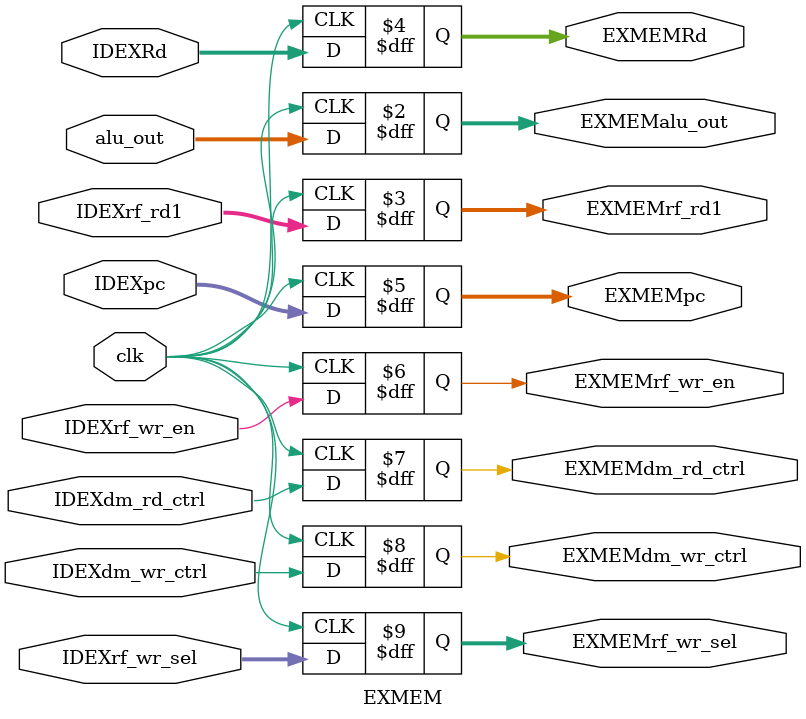
<source format=v>
module EXMEM (
    input clk,

    input [31:0] alu_out,
    input [31:0] IDEXrf_rd1,
    input [4:0] IDEXRd,
    input [31:0] IDEXpc,

    input IDEXrf_wr_en,
    input IDEXdm_rd_ctrl,
    input IDEXdm_wr_ctrl,
    input [1:0] IDEXrf_wr_sel,

    output reg [31:0] EXMEMalu_out,
    output reg [31:0] EXMEMrf_rd1,
    output reg [4:0] EXMEMRd,
    output reg [31:0] EXMEMpc,

    output reg EXMEMrf_wr_en,
    output reg EXMEMdm_rd_ctrl, //MEM
    output reg EXMEMdm_wr_ctrl, //MEM
    output reg [1:0] EXMEMrf_wr_sel
);

always@(posedge clk) begin
    EXMEMalu_out <= alu_out;
    EXMEMrf_rd1 <= IDEXrf_rd1;
    EXMEMRd <= IDEXRd;
    EXMEMpc <= IDEXpc;
    
    EXMEMrf_wr_en <= IDEXrf_wr_en;
    EXMEMdm_rd_ctrl <= IDEXdm_rd_ctrl;
    EXMEMdm_wr_ctrl <= IDEXdm_wr_ctrl;
    EXMEMrf_wr_sel <= IDEXrf_wr_sel;
end

endmodule
</source>
